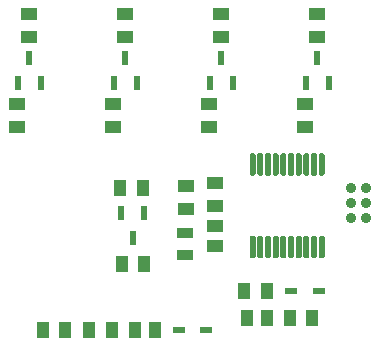
<source format=gbr>
%TF.GenerationSoftware,KiCad,Pcbnew,(5.1.10)-1*%
%TF.CreationDate,2021-09-07T17:28:15+02:00*%
%TF.ProjectId,BytesCounter,42797465-7343-46f7-956e-7465722e6b69,rev?*%
%TF.SameCoordinates,Original*%
%TF.FileFunction,Paste,Top*%
%TF.FilePolarity,Positive*%
%FSLAX46Y46*%
G04 Gerber Fmt 4.6, Leading zero omitted, Abs format (unit mm)*
G04 Created by KiCad (PCBNEW (5.1.10)-1) date 2021-09-07 17:28:15*
%MOMM*%
%LPD*%
G01*
G04 APERTURE LIST*
%ADD10R,1.400000X0.900000*%
%ADD11C,0.889000*%
%ADD12R,1.075000X0.500000*%
%ADD13R,1.000000X1.400000*%
%ADD14R,1.400000X1.000000*%
%ADD15R,0.600000X1.250000*%
%ADD16R,1.050000X1.470000*%
%ADD17R,1.470000X1.050000*%
G04 APERTURE END LIST*
D10*
%TO.C,LED1*%
X121792000Y-64992000D03*
X121792000Y-66892000D03*
%TD*%
D11*
%TO.C,J1*%
X137119000Y-63770000D03*
X135849000Y-63770000D03*
X137119000Y-62500000D03*
X135849000Y-62500000D03*
X137119000Y-61230000D03*
X135849000Y-61230000D03*
%TD*%
%TO.C,IC1*%
G36*
G01*
X133216000Y-65276000D02*
X133466000Y-65276000D01*
G75*
G02*
X133591000Y-65401000I0J-125000D01*
G01*
X133591000Y-67051000D01*
G75*
G02*
X133466000Y-67176000I-125000J0D01*
G01*
X133216000Y-67176000D01*
G75*
G02*
X133091000Y-67051000I0J125000D01*
G01*
X133091000Y-65401000D01*
G75*
G02*
X133216000Y-65276000I125000J0D01*
G01*
G37*
G36*
G01*
X132566000Y-65276000D02*
X132816000Y-65276000D01*
G75*
G02*
X132941000Y-65401000I0J-125000D01*
G01*
X132941000Y-67051000D01*
G75*
G02*
X132816000Y-67176000I-125000J0D01*
G01*
X132566000Y-67176000D01*
G75*
G02*
X132441000Y-67051000I0J125000D01*
G01*
X132441000Y-65401000D01*
G75*
G02*
X132566000Y-65276000I125000J0D01*
G01*
G37*
G36*
G01*
X131916000Y-65276000D02*
X132166000Y-65276000D01*
G75*
G02*
X132291000Y-65401000I0J-125000D01*
G01*
X132291000Y-67051000D01*
G75*
G02*
X132166000Y-67176000I-125000J0D01*
G01*
X131916000Y-67176000D01*
G75*
G02*
X131791000Y-67051000I0J125000D01*
G01*
X131791000Y-65401000D01*
G75*
G02*
X131916000Y-65276000I125000J0D01*
G01*
G37*
G36*
G01*
X131266000Y-65276000D02*
X131516000Y-65276000D01*
G75*
G02*
X131641000Y-65401000I0J-125000D01*
G01*
X131641000Y-67051000D01*
G75*
G02*
X131516000Y-67176000I-125000J0D01*
G01*
X131266000Y-67176000D01*
G75*
G02*
X131141000Y-67051000I0J125000D01*
G01*
X131141000Y-65401000D01*
G75*
G02*
X131266000Y-65276000I125000J0D01*
G01*
G37*
G36*
G01*
X130616000Y-65276000D02*
X130866000Y-65276000D01*
G75*
G02*
X130991000Y-65401000I0J-125000D01*
G01*
X130991000Y-67051000D01*
G75*
G02*
X130866000Y-67176000I-125000J0D01*
G01*
X130616000Y-67176000D01*
G75*
G02*
X130491000Y-67051000I0J125000D01*
G01*
X130491000Y-65401000D01*
G75*
G02*
X130616000Y-65276000I125000J0D01*
G01*
G37*
G36*
G01*
X129966000Y-65276000D02*
X130216000Y-65276000D01*
G75*
G02*
X130341000Y-65401000I0J-125000D01*
G01*
X130341000Y-67051000D01*
G75*
G02*
X130216000Y-67176000I-125000J0D01*
G01*
X129966000Y-67176000D01*
G75*
G02*
X129841000Y-67051000I0J125000D01*
G01*
X129841000Y-65401000D01*
G75*
G02*
X129966000Y-65276000I125000J0D01*
G01*
G37*
G36*
G01*
X129316000Y-65276000D02*
X129566000Y-65276000D01*
G75*
G02*
X129691000Y-65401000I0J-125000D01*
G01*
X129691000Y-67051000D01*
G75*
G02*
X129566000Y-67176000I-125000J0D01*
G01*
X129316000Y-67176000D01*
G75*
G02*
X129191000Y-67051000I0J125000D01*
G01*
X129191000Y-65401000D01*
G75*
G02*
X129316000Y-65276000I125000J0D01*
G01*
G37*
G36*
G01*
X128666000Y-65276000D02*
X128916000Y-65276000D01*
G75*
G02*
X129041000Y-65401000I0J-125000D01*
G01*
X129041000Y-67051000D01*
G75*
G02*
X128916000Y-67176000I-125000J0D01*
G01*
X128666000Y-67176000D01*
G75*
G02*
X128541000Y-67051000I0J125000D01*
G01*
X128541000Y-65401000D01*
G75*
G02*
X128666000Y-65276000I125000J0D01*
G01*
G37*
G36*
G01*
X128016000Y-65276000D02*
X128266000Y-65276000D01*
G75*
G02*
X128391000Y-65401000I0J-125000D01*
G01*
X128391000Y-67051000D01*
G75*
G02*
X128266000Y-67176000I-125000J0D01*
G01*
X128016000Y-67176000D01*
G75*
G02*
X127891000Y-67051000I0J125000D01*
G01*
X127891000Y-65401000D01*
G75*
G02*
X128016000Y-65276000I125000J0D01*
G01*
G37*
G36*
G01*
X127366000Y-65276000D02*
X127616000Y-65276000D01*
G75*
G02*
X127741000Y-65401000I0J-125000D01*
G01*
X127741000Y-67051000D01*
G75*
G02*
X127616000Y-67176000I-125000J0D01*
G01*
X127366000Y-67176000D01*
G75*
G02*
X127241000Y-67051000I0J125000D01*
G01*
X127241000Y-65401000D01*
G75*
G02*
X127366000Y-65276000I125000J0D01*
G01*
G37*
G36*
G01*
X127366000Y-58276000D02*
X127616000Y-58276000D01*
G75*
G02*
X127741000Y-58401000I0J-125000D01*
G01*
X127741000Y-60051000D01*
G75*
G02*
X127616000Y-60176000I-125000J0D01*
G01*
X127366000Y-60176000D01*
G75*
G02*
X127241000Y-60051000I0J125000D01*
G01*
X127241000Y-58401000D01*
G75*
G02*
X127366000Y-58276000I125000J0D01*
G01*
G37*
G36*
G01*
X128016000Y-58276000D02*
X128266000Y-58276000D01*
G75*
G02*
X128391000Y-58401000I0J-125000D01*
G01*
X128391000Y-60051000D01*
G75*
G02*
X128266000Y-60176000I-125000J0D01*
G01*
X128016000Y-60176000D01*
G75*
G02*
X127891000Y-60051000I0J125000D01*
G01*
X127891000Y-58401000D01*
G75*
G02*
X128016000Y-58276000I125000J0D01*
G01*
G37*
G36*
G01*
X128666000Y-58276000D02*
X128916000Y-58276000D01*
G75*
G02*
X129041000Y-58401000I0J-125000D01*
G01*
X129041000Y-60051000D01*
G75*
G02*
X128916000Y-60176000I-125000J0D01*
G01*
X128666000Y-60176000D01*
G75*
G02*
X128541000Y-60051000I0J125000D01*
G01*
X128541000Y-58401000D01*
G75*
G02*
X128666000Y-58276000I125000J0D01*
G01*
G37*
G36*
G01*
X129316000Y-58276000D02*
X129566000Y-58276000D01*
G75*
G02*
X129691000Y-58401000I0J-125000D01*
G01*
X129691000Y-60051000D01*
G75*
G02*
X129566000Y-60176000I-125000J0D01*
G01*
X129316000Y-60176000D01*
G75*
G02*
X129191000Y-60051000I0J125000D01*
G01*
X129191000Y-58401000D01*
G75*
G02*
X129316000Y-58276000I125000J0D01*
G01*
G37*
G36*
G01*
X129966000Y-58276000D02*
X130216000Y-58276000D01*
G75*
G02*
X130341000Y-58401000I0J-125000D01*
G01*
X130341000Y-60051000D01*
G75*
G02*
X130216000Y-60176000I-125000J0D01*
G01*
X129966000Y-60176000D01*
G75*
G02*
X129841000Y-60051000I0J125000D01*
G01*
X129841000Y-58401000D01*
G75*
G02*
X129966000Y-58276000I125000J0D01*
G01*
G37*
G36*
G01*
X130616000Y-58276000D02*
X130866000Y-58276000D01*
G75*
G02*
X130991000Y-58401000I0J-125000D01*
G01*
X130991000Y-60051000D01*
G75*
G02*
X130866000Y-60176000I-125000J0D01*
G01*
X130616000Y-60176000D01*
G75*
G02*
X130491000Y-60051000I0J125000D01*
G01*
X130491000Y-58401000D01*
G75*
G02*
X130616000Y-58276000I125000J0D01*
G01*
G37*
G36*
G01*
X131266000Y-58276000D02*
X131516000Y-58276000D01*
G75*
G02*
X131641000Y-58401000I0J-125000D01*
G01*
X131641000Y-60051000D01*
G75*
G02*
X131516000Y-60176000I-125000J0D01*
G01*
X131266000Y-60176000D01*
G75*
G02*
X131141000Y-60051000I0J125000D01*
G01*
X131141000Y-58401000D01*
G75*
G02*
X131266000Y-58276000I125000J0D01*
G01*
G37*
G36*
G01*
X131916000Y-58276000D02*
X132166000Y-58276000D01*
G75*
G02*
X132291000Y-58401000I0J-125000D01*
G01*
X132291000Y-60051000D01*
G75*
G02*
X132166000Y-60176000I-125000J0D01*
G01*
X131916000Y-60176000D01*
G75*
G02*
X131791000Y-60051000I0J125000D01*
G01*
X131791000Y-58401000D01*
G75*
G02*
X131916000Y-58276000I125000J0D01*
G01*
G37*
G36*
G01*
X132566000Y-58276000D02*
X132816000Y-58276000D01*
G75*
G02*
X132941000Y-58401000I0J-125000D01*
G01*
X132941000Y-60051000D01*
G75*
G02*
X132816000Y-60176000I-125000J0D01*
G01*
X132566000Y-60176000D01*
G75*
G02*
X132441000Y-60051000I0J125000D01*
G01*
X132441000Y-58401000D01*
G75*
G02*
X132566000Y-58276000I125000J0D01*
G01*
G37*
G36*
G01*
X133216000Y-58276000D02*
X133466000Y-58276000D01*
G75*
G02*
X133591000Y-58401000I0J-125000D01*
G01*
X133591000Y-60051000D01*
G75*
G02*
X133466000Y-60176000I-125000J0D01*
G01*
X133216000Y-60176000D01*
G75*
G02*
X133091000Y-60051000I0J125000D01*
G01*
X133091000Y-58401000D01*
G75*
G02*
X133216000Y-58276000I125000J0D01*
G01*
G37*
%TD*%
D12*
%TO.C,D2*%
X130750000Y-69982000D03*
X133074000Y-69982000D03*
%TD*%
%TO.C,D1*%
X123574000Y-73250000D03*
X121250000Y-73250000D03*
%TD*%
D13*
%TO.C,R16*%
X130615666Y-72232000D03*
X132515666Y-72232000D03*
%TD*%
%TO.C,R15*%
X128676332Y-69982000D03*
X126776332Y-69982000D03*
%TD*%
%TO.C,R14*%
X118296000Y-67686000D03*
X116396000Y-67686000D03*
%TD*%
%TO.C,R13*%
X118200000Y-61250000D03*
X116300000Y-61250000D03*
%TD*%
%TO.C,R12*%
X115567000Y-73250000D03*
X113667000Y-73250000D03*
%TD*%
%TO.C,R11*%
X109722000Y-73250000D03*
X111622000Y-73250000D03*
%TD*%
D14*
%TO.C,R10*%
X132972000Y-46504000D03*
X132972000Y-48404000D03*
%TD*%
%TO.C,R9*%
X131956000Y-54124000D03*
X131956000Y-56024000D03*
%TD*%
%TO.C,R8*%
X124844000Y-46504000D03*
X124844000Y-48404000D03*
%TD*%
%TO.C,R7*%
X123828000Y-54124000D03*
X123828000Y-56024000D03*
%TD*%
%TO.C,R6*%
X116716000Y-46504000D03*
X116716000Y-48404000D03*
%TD*%
%TO.C,R5*%
X115700000Y-54124000D03*
X115700000Y-56024000D03*
%TD*%
%TO.C,R4*%
X108588000Y-46504000D03*
X108588000Y-48404000D03*
%TD*%
%TO.C,R3*%
X121826000Y-62959000D03*
X121826000Y-61059000D03*
%TD*%
%TO.C,R2*%
X124290000Y-60814000D03*
X124290000Y-62714000D03*
%TD*%
%TO.C,R1*%
X107572000Y-54124000D03*
X107572000Y-56024000D03*
%TD*%
D15*
%TO.C,Q5*%
X117346000Y-65434000D03*
X116391000Y-63334000D03*
X118301000Y-63334000D03*
%TD*%
%TO.C,Q4*%
X132972000Y-50214000D03*
X133927000Y-52314000D03*
X132017000Y-52314000D03*
%TD*%
%TO.C,Q3*%
X124844000Y-50214000D03*
X125799000Y-52314000D03*
X123889000Y-52314000D03*
%TD*%
%TO.C,Q2*%
X116716000Y-50214000D03*
X117671000Y-52314000D03*
X115761000Y-52314000D03*
%TD*%
%TO.C,Q1*%
X108588000Y-50214000D03*
X109543000Y-52314000D03*
X107633000Y-52314000D03*
%TD*%
D16*
%TO.C,C3*%
X128680000Y-72232000D03*
X127000000Y-72232000D03*
%TD*%
%TO.C,C2*%
X119217000Y-73250000D03*
X117537000Y-73250000D03*
%TD*%
D17*
%TO.C,C1*%
X124290000Y-66094000D03*
X124290000Y-64414000D03*
%TD*%
M02*

</source>
